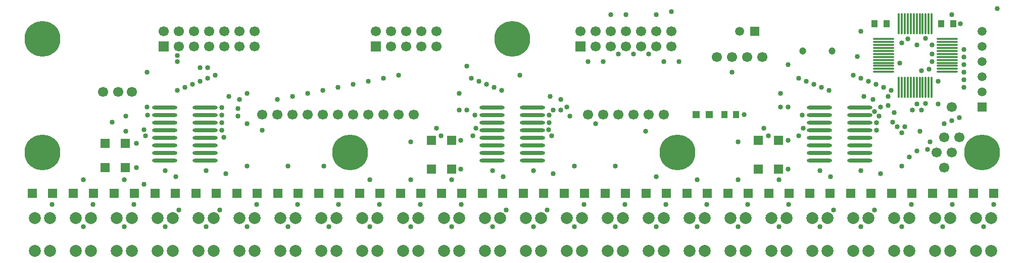
<source format=gts>
G04 Layer_Color=8388736*
%FSLAX25Y25*%
%MOIN*%
G70*
G01*
G75*
%ADD10R,0.06299X0.06299*%
%ADD11R,0.03937X0.05118*%
%ADD12O,0.16535X0.02362*%
%ADD13O,0.14370X0.01181*%
%ADD14O,0.01181X0.14370*%
%ADD15R,0.04724X0.05118*%
%ADD17C,0.05905*%
%ADD18R,0.05905X0.05905*%
%ADD19C,0.06693*%
%ADD20R,0.06693X0.06693*%
%ADD21R,0.05905X0.05905*%
%ADD22C,0.04724*%
%ADD23C,0.07874*%
%ADD24C,0.23622*%
%ADD25C,0.03347*%
D10*
X94307Y58000D02*
D03*
X107693D02*
D03*
X67307D02*
D03*
X80693D02*
D03*
X40307D02*
D03*
X53693D02*
D03*
X13307D02*
D03*
X26693D02*
D03*
X607307D02*
D03*
X620693D02*
D03*
X121307D02*
D03*
X134693D02*
D03*
X148307D02*
D03*
X161693D02*
D03*
X175307D02*
D03*
X188693D02*
D03*
X202307D02*
D03*
X215693D02*
D03*
X229307D02*
D03*
X242693D02*
D03*
X256307D02*
D03*
X269693D02*
D03*
X283307D02*
D03*
X296693D02*
D03*
X310307D02*
D03*
X323693D02*
D03*
X337307D02*
D03*
X350693D02*
D03*
X364307D02*
D03*
X377693D02*
D03*
X391307D02*
D03*
X404693D02*
D03*
X418307D02*
D03*
X431693D02*
D03*
X499307D02*
D03*
X512693D02*
D03*
X526307D02*
D03*
X539693D02*
D03*
X553307D02*
D03*
X566693D02*
D03*
X580307D02*
D03*
X593693D02*
D03*
X634307D02*
D03*
X647693D02*
D03*
X290000Y74000D02*
D03*
X276614D02*
D03*
X74693Y75000D02*
D03*
X61307D02*
D03*
X505693Y93000D02*
D03*
X492307D02*
D03*
X290000D02*
D03*
X276614D02*
D03*
X74693Y91000D02*
D03*
X61307D02*
D03*
X472307Y58000D02*
D03*
X485693D02*
D03*
X445307D02*
D03*
X458693D02*
D03*
X505693Y74000D02*
D03*
X492307D02*
D03*
D11*
X569126Y170000D02*
D03*
X577000D02*
D03*
X620937D02*
D03*
X613063D02*
D03*
X477874Y110000D02*
D03*
X470000D02*
D03*
D12*
X100614Y114500D02*
D03*
Y109500D02*
D03*
Y104500D02*
D03*
Y99500D02*
D03*
Y94500D02*
D03*
Y89500D02*
D03*
Y84500D02*
D03*
Y79500D02*
D03*
X127386Y114500D02*
D03*
Y109500D02*
D03*
Y104500D02*
D03*
Y99500D02*
D03*
Y94500D02*
D03*
Y89500D02*
D03*
Y84500D02*
D03*
Y79500D02*
D03*
X316614Y114500D02*
D03*
Y109500D02*
D03*
Y104500D02*
D03*
Y99500D02*
D03*
Y94500D02*
D03*
Y89500D02*
D03*
Y84500D02*
D03*
Y79500D02*
D03*
X343386Y114500D02*
D03*
Y109500D02*
D03*
Y104500D02*
D03*
Y99500D02*
D03*
Y94500D02*
D03*
Y89500D02*
D03*
Y84500D02*
D03*
Y79500D02*
D03*
X532614Y114500D02*
D03*
Y109500D02*
D03*
Y104500D02*
D03*
Y99500D02*
D03*
Y94500D02*
D03*
Y89500D02*
D03*
Y84500D02*
D03*
Y79500D02*
D03*
X559386Y114500D02*
D03*
Y109500D02*
D03*
Y104500D02*
D03*
Y99500D02*
D03*
Y94500D02*
D03*
Y89500D02*
D03*
Y84500D02*
D03*
Y79500D02*
D03*
D13*
X575035Y159827D02*
D03*
Y157858D02*
D03*
Y155890D02*
D03*
Y153921D02*
D03*
Y151953D02*
D03*
Y149984D02*
D03*
Y148016D02*
D03*
Y146047D02*
D03*
Y144079D02*
D03*
Y142110D02*
D03*
Y140142D02*
D03*
Y138173D02*
D03*
X616965D02*
D03*
Y140142D02*
D03*
Y142110D02*
D03*
Y144079D02*
D03*
Y146047D02*
D03*
Y148016D02*
D03*
Y149984D02*
D03*
Y151953D02*
D03*
Y153921D02*
D03*
Y155890D02*
D03*
Y157858D02*
D03*
Y159827D02*
D03*
D14*
X585173Y128035D02*
D03*
X587142D02*
D03*
X589110D02*
D03*
X591079D02*
D03*
X593047D02*
D03*
X595016D02*
D03*
X596984D02*
D03*
X598953D02*
D03*
X600921D02*
D03*
X602890D02*
D03*
X604858D02*
D03*
X606827D02*
D03*
Y169965D02*
D03*
X604858D02*
D03*
X602890D02*
D03*
X600921D02*
D03*
X598953D02*
D03*
X596984D02*
D03*
X595016D02*
D03*
X593047D02*
D03*
X591079D02*
D03*
X589110D02*
D03*
X587142D02*
D03*
X585173D02*
D03*
D15*
X460000Y110000D02*
D03*
X451339D02*
D03*
D17*
X640000Y165000D02*
D03*
Y155000D02*
D03*
Y125000D02*
D03*
Y135000D02*
D03*
Y145000D02*
D03*
X480000Y165000D02*
D03*
D18*
X640000Y115000D02*
D03*
D19*
X375000Y165000D02*
D03*
X385000Y155000D02*
D03*
Y165000D02*
D03*
X405000D02*
D03*
Y155000D02*
D03*
X395000D02*
D03*
Y165000D02*
D03*
X415000Y155000D02*
D03*
Y165000D02*
D03*
X425000D02*
D03*
Y155000D02*
D03*
X435000Y165000D02*
D03*
Y155000D02*
D03*
X380000Y110000D02*
D03*
X390000D02*
D03*
X400000D02*
D03*
X410000D02*
D03*
X420000D02*
D03*
X430000D02*
D03*
X475000Y148000D02*
D03*
X485000D02*
D03*
X495000D02*
D03*
X465000D02*
D03*
X240000Y165000D02*
D03*
X250000Y155000D02*
D03*
Y165000D02*
D03*
X270000D02*
D03*
Y155000D02*
D03*
X260000D02*
D03*
Y165000D02*
D03*
X280000Y155000D02*
D03*
Y165000D02*
D03*
X160000Y155000D02*
D03*
Y165000D02*
D03*
X150000Y155000D02*
D03*
Y165000D02*
D03*
X140000D02*
D03*
Y155000D02*
D03*
X120000Y165000D02*
D03*
Y155000D02*
D03*
X130000D02*
D03*
Y165000D02*
D03*
X110000D02*
D03*
Y155000D02*
D03*
X100000Y165000D02*
D03*
X70000Y125000D02*
D03*
X79000D02*
D03*
X165000Y110000D02*
D03*
X175000D02*
D03*
X185000D02*
D03*
X195000D02*
D03*
X205000D02*
D03*
X215000D02*
D03*
X225000D02*
D03*
X235000D02*
D03*
X245000D02*
D03*
X255000D02*
D03*
X265000D02*
D03*
X60000Y125000D02*
D03*
X625000Y95000D02*
D03*
X615000D02*
D03*
X610000Y85000D02*
D03*
X620000D02*
D03*
Y115000D02*
D03*
X615000Y75000D02*
D03*
D20*
X375000Y155000D02*
D03*
X240000D02*
D03*
X100000D02*
D03*
D21*
X490000Y165000D02*
D03*
D22*
X521787Y152000D02*
D03*
X541000D02*
D03*
D23*
X25000Y41653D02*
D03*
X15000D02*
D03*
X25000Y20000D02*
D03*
X15000D02*
D03*
X52000Y41653D02*
D03*
X42000D02*
D03*
X52000Y20000D02*
D03*
X42000D02*
D03*
X79000Y41653D02*
D03*
X69000D02*
D03*
X79000Y20000D02*
D03*
X69000D02*
D03*
X106000Y41653D02*
D03*
X96000D02*
D03*
X106000Y20000D02*
D03*
X96000D02*
D03*
X133000Y41653D02*
D03*
X123000D02*
D03*
X133000Y20000D02*
D03*
X123000D02*
D03*
X160000Y41653D02*
D03*
X150000D02*
D03*
X160000Y20000D02*
D03*
X150000D02*
D03*
X187000Y41653D02*
D03*
X177000D02*
D03*
X187000Y20000D02*
D03*
X177000D02*
D03*
X214000Y41653D02*
D03*
X204000D02*
D03*
X214000Y20000D02*
D03*
X204000D02*
D03*
X241000Y41653D02*
D03*
X231000D02*
D03*
X241000Y20000D02*
D03*
X231000D02*
D03*
X268000Y41653D02*
D03*
X258000D02*
D03*
X268000Y20000D02*
D03*
X258000D02*
D03*
X295000Y41653D02*
D03*
X285000D02*
D03*
X295000Y20000D02*
D03*
X285000D02*
D03*
X322000Y41653D02*
D03*
X312000D02*
D03*
X322000Y20000D02*
D03*
X312000D02*
D03*
X349000Y41653D02*
D03*
X339000D02*
D03*
X349000Y20000D02*
D03*
X339000D02*
D03*
X376000Y41653D02*
D03*
X366000D02*
D03*
X376000Y20000D02*
D03*
X366000D02*
D03*
X403000Y41653D02*
D03*
X393000D02*
D03*
X403000Y20000D02*
D03*
X393000D02*
D03*
X430000Y41653D02*
D03*
X420000D02*
D03*
X430000Y20000D02*
D03*
X420000D02*
D03*
X457000Y41653D02*
D03*
X447000D02*
D03*
X457000Y20000D02*
D03*
X447000D02*
D03*
X484000Y41653D02*
D03*
X474000D02*
D03*
X484000Y20000D02*
D03*
X474000D02*
D03*
X511000Y41653D02*
D03*
X501000D02*
D03*
X511000Y20000D02*
D03*
X501000D02*
D03*
X538000Y41653D02*
D03*
X528000D02*
D03*
X538000Y20000D02*
D03*
X528000D02*
D03*
X565000Y41653D02*
D03*
X555000D02*
D03*
X565000Y20000D02*
D03*
X555000D02*
D03*
X592000Y41653D02*
D03*
X582000D02*
D03*
X592000Y20000D02*
D03*
X582000D02*
D03*
X619000Y41653D02*
D03*
X609000D02*
D03*
X619000Y20000D02*
D03*
X609000D02*
D03*
X646000Y41653D02*
D03*
X636000D02*
D03*
X646000Y20000D02*
D03*
X636000D02*
D03*
D24*
X20000Y160000D02*
D03*
X223000Y85000D02*
D03*
X640000D02*
D03*
X20000D02*
D03*
X439000D02*
D03*
X330000Y160000D02*
D03*
D25*
X600000Y139000D02*
D03*
X597000Y156000D02*
D03*
X602890Y160110D02*
D03*
X605000Y140000D02*
D03*
X134000Y136000D02*
D03*
X129000Y134000D02*
D03*
X124000Y132000D02*
D03*
X119000Y130000D02*
D03*
X109000Y126000D02*
D03*
X114000Y128000D02*
D03*
X303000Y134000D02*
D03*
X323000Y126000D02*
D03*
X570000Y130051D02*
D03*
X335000Y136000D02*
D03*
X308000Y132000D02*
D03*
X318000Y128000D02*
D03*
X313000Y130000D02*
D03*
X560000Y134000D02*
D03*
X512000Y115000D02*
D03*
X507000Y124000D02*
D03*
Y115000D02*
D03*
X519000Y134000D02*
D03*
X524000Y132000D02*
D03*
X529000Y130000D02*
D03*
X534000Y128000D02*
D03*
X539000Y126000D02*
D03*
X565000Y132000D02*
D03*
X555000Y136000D02*
D03*
X607000Y145000D02*
D03*
Y150000D02*
D03*
Y156000D02*
D03*
X610972Y131972D02*
D03*
X300000Y113000D02*
D03*
X585921Y144079D02*
D03*
X89000Y115000D02*
D03*
X295000Y113000D02*
D03*
Y124000D02*
D03*
X306000Y101000D02*
D03*
X557874Y148126D02*
D03*
X355000Y122000D02*
D03*
X88000Y96000D02*
D03*
X283000D02*
D03*
X304000D02*
D03*
X149000Y109000D02*
D03*
X101000Y36000D02*
D03*
X209000D02*
D03*
X182000D02*
D03*
X155000D02*
D03*
X128000D02*
D03*
X74000D02*
D03*
X128000Y73000D02*
D03*
X47000Y67000D02*
D03*
X74000D02*
D03*
X101000Y73000D02*
D03*
X47000Y36000D02*
D03*
X182000Y76000D02*
D03*
X155000D02*
D03*
X317000Y36000D02*
D03*
X425000D02*
D03*
X398000D02*
D03*
X371000D02*
D03*
X344000D02*
D03*
X290000D02*
D03*
X236000D02*
D03*
X344000Y73000D02*
D03*
X263000Y67000D02*
D03*
X290000D02*
D03*
X317000Y73000D02*
D03*
X354500Y104500D02*
D03*
X305500Y109500D02*
D03*
X354500D02*
D03*
X263000Y36000D02*
D03*
Y92000D02*
D03*
X280000Y101000D02*
D03*
X398000Y76000D02*
D03*
X371000D02*
D03*
X418000Y99000D02*
D03*
X587000Y76000D02*
D03*
X496000Y101000D02*
D03*
X499000Y96000D02*
D03*
X522000Y101000D02*
D03*
X519000Y96000D02*
D03*
X479000Y92000D02*
D03*
Y36000D02*
D03*
X521500Y109500D02*
D03*
X533000Y73000D02*
D03*
X506000Y67000D02*
D03*
X479000D02*
D03*
X452000D02*
D03*
X560000Y73000D02*
D03*
X452000Y36000D02*
D03*
X506000D02*
D03*
X560000D02*
D03*
X587000D02*
D03*
X614000D02*
D03*
X641000D02*
D03*
X533000D02*
D03*
X628000Y153000D02*
D03*
Y133000D02*
D03*
Y128000D02*
D03*
Y138000D02*
D03*
Y143000D02*
D03*
X591000Y160000D02*
D03*
X627984Y148016D02*
D03*
X87000Y100000D02*
D03*
X75000Y109000D02*
D03*
X562000Y122000D02*
D03*
X568000Y120000D02*
D03*
X405000Y176000D02*
D03*
X425000D02*
D03*
X435000Y178000D02*
D03*
X620000Y176000D02*
D03*
X647693Y50693D02*
D03*
X620385D02*
D03*
X593385D02*
D03*
X512385D02*
D03*
X485385D02*
D03*
X458385D02*
D03*
X431385D02*
D03*
X404385D02*
D03*
X377385D02*
D03*
X296385D02*
D03*
X269385D02*
D03*
X242385D02*
D03*
X215385D02*
D03*
X188385D02*
D03*
X161386D02*
D03*
X80386D02*
D03*
X53386D02*
D03*
X26386D02*
D03*
X137000Y47000D02*
D03*
X110000D02*
D03*
X326000D02*
D03*
X353000D02*
D03*
X542000D02*
D03*
X569000D02*
D03*
X138500Y114500D02*
D03*
X570500Y99500D02*
D03*
X354000Y100000D02*
D03*
X139913Y94913D02*
D03*
X89500Y109500D02*
D03*
X138500D02*
D03*
Y104500D02*
D03*
Y99500D02*
D03*
X300000Y142000D02*
D03*
X560000Y165000D02*
D03*
X357000Y113000D02*
D03*
X575000Y128000D02*
D03*
X580000Y126000D02*
D03*
X570500Y104500D02*
D03*
X569000Y112000D02*
D03*
X597000Y117000D02*
D03*
X594000Y113000D02*
D03*
X602890Y117110D02*
D03*
X600000Y113000D02*
D03*
X578000Y116000D02*
D03*
X587000Y98000D02*
D03*
X584000Y102000D02*
D03*
X512000Y143000D02*
D03*
X611000Y117000D02*
D03*
X587142Y157142D02*
D03*
X205658Y76000D02*
D03*
X368000Y109000D02*
D03*
X366000Y115000D02*
D03*
X362000Y113000D02*
D03*
Y120000D02*
D03*
X356000Y96000D02*
D03*
X573000Y71000D02*
D03*
X357000D02*
D03*
X141000D02*
D03*
X625858Y170000D02*
D03*
X296000Y93000D02*
D03*
Y74000D02*
D03*
X66000Y105000D02*
D03*
X512000Y74000D02*
D03*
Y93000D02*
D03*
X82000Y75000D02*
D03*
Y91000D02*
D03*
X75000Y99000D02*
D03*
X425000Y69000D02*
D03*
X236000Y67000D02*
D03*
X592000Y82000D02*
D03*
X577949Y122000D02*
D03*
X573000Y115000D02*
D03*
X572000Y109000D02*
D03*
X589000Y102000D02*
D03*
X581000Y105000D02*
D03*
X599000Y99000D02*
D03*
X380000Y145000D02*
D03*
X385000Y104000D02*
D03*
X390000Y145000D02*
D03*
X395000Y176000D02*
D03*
X430000Y145000D02*
D03*
X440000D02*
D03*
X420000Y150000D02*
D03*
X410000D02*
D03*
X400000D02*
D03*
X483000Y110000D02*
D03*
X155000Y104000D02*
D03*
X165000Y99500D02*
D03*
X475000Y138000D02*
D03*
X582250Y111250D02*
D03*
X89000Y138000D02*
D03*
X124000Y141000D02*
D03*
X109000Y145000D02*
D03*
X129000Y141000D02*
D03*
X87000Y64000D02*
D03*
X109000Y149000D02*
D03*
X143000Y122000D02*
D03*
X149000Y114000D02*
D03*
X150000Y120000D02*
D03*
X155000Y124000D02*
D03*
X650000Y180000D02*
D03*
X540000Y69000D02*
D03*
X324000D02*
D03*
X108000D02*
D03*
X175000Y120000D02*
D03*
X185000Y122000D02*
D03*
X195000Y124035D02*
D03*
X205000Y125965D02*
D03*
X215000Y128035D02*
D03*
X225000Y129965D02*
D03*
X235000Y131965D02*
D03*
X245000Y134000D02*
D03*
X255000Y136000D02*
D03*
X597000Y86000D02*
D03*
X605896Y91896D02*
D03*
X604000Y87000D02*
D03*
X615000Y104000D02*
D03*
X620000Y106000D02*
D03*
X625000Y108000D02*
D03*
M02*

</source>
